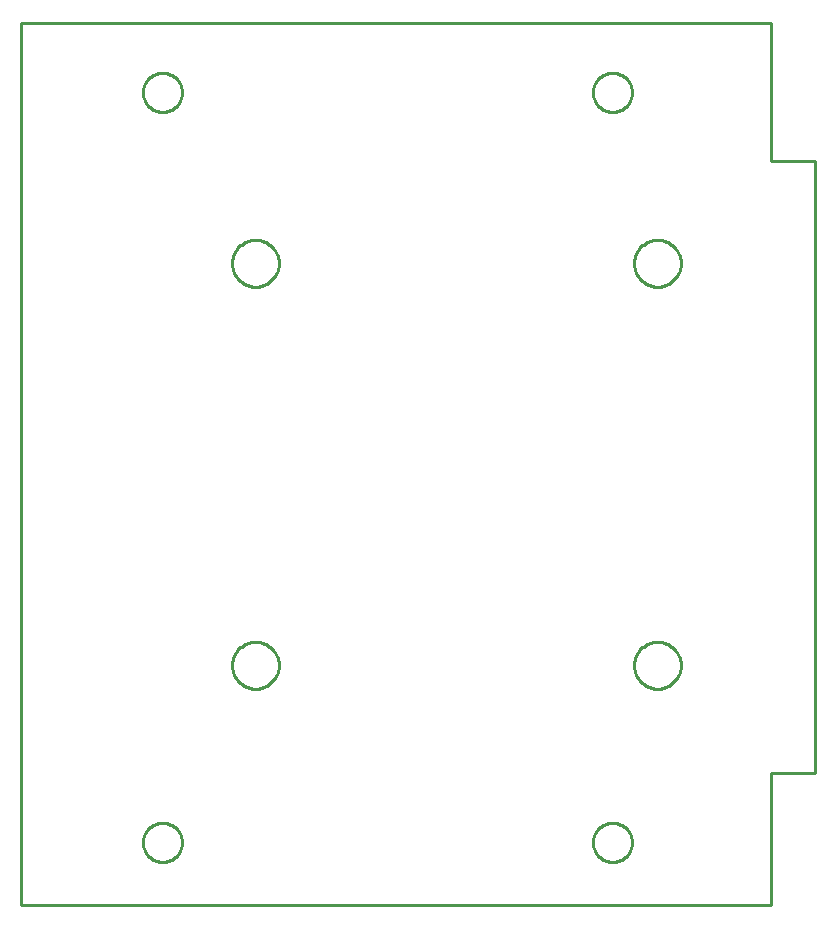
<source format=gbr>
G04 EAGLE Gerber RS-274X export*
G75*
%MOMM*%
%FSLAX34Y34*%
%LPD*%
%IN*%
%IPPOS*%
%AMOC8*
5,1,8,0,0,1.08239X$1,22.5*%
G01*
%ADD10C,0.254000*%


D10*
X0Y-5080D02*
X635000Y-5080D01*
X635000Y106680D01*
X671830Y106680D01*
X671830Y624840D01*
X635000Y624840D01*
X635000Y741680D01*
X0Y741680D01*
X0Y-5080D01*
X135890Y682720D02*
X135819Y681641D01*
X135678Y680569D01*
X135467Y679509D01*
X135188Y678465D01*
X134840Y677441D01*
X134426Y676443D01*
X133948Y675473D01*
X133408Y674537D01*
X132807Y673638D01*
X132149Y672781D01*
X131437Y671968D01*
X130672Y671204D01*
X129859Y670491D01*
X129002Y669833D01*
X128103Y669232D01*
X127167Y668692D01*
X126197Y668214D01*
X125199Y667800D01*
X124175Y667452D01*
X123131Y667173D01*
X122071Y666962D01*
X120999Y666821D01*
X119920Y666750D01*
X118840Y666750D01*
X117761Y666821D01*
X116689Y666962D01*
X115629Y667173D01*
X114585Y667452D01*
X113561Y667800D01*
X112563Y668214D01*
X111593Y668692D01*
X110657Y669232D01*
X109758Y669833D01*
X108901Y670491D01*
X108088Y671204D01*
X107324Y671968D01*
X106611Y672781D01*
X105953Y673638D01*
X105352Y674537D01*
X104812Y675473D01*
X104334Y676443D01*
X103920Y677441D01*
X103572Y678465D01*
X103293Y679509D01*
X103082Y680569D01*
X102941Y681641D01*
X102870Y682720D01*
X102870Y683800D01*
X102941Y684879D01*
X103082Y685951D01*
X103293Y687011D01*
X103572Y688055D01*
X103920Y689079D01*
X104334Y690077D01*
X104812Y691047D01*
X105352Y691983D01*
X105953Y692882D01*
X106611Y693739D01*
X107324Y694552D01*
X108088Y695317D01*
X108901Y696029D01*
X109758Y696687D01*
X110657Y697288D01*
X111593Y697828D01*
X112563Y698306D01*
X113561Y698720D01*
X114585Y699068D01*
X115629Y699347D01*
X116689Y699558D01*
X117761Y699699D01*
X118840Y699770D01*
X119920Y699770D01*
X120999Y699699D01*
X122071Y699558D01*
X123131Y699347D01*
X124175Y699068D01*
X125199Y698720D01*
X126197Y698306D01*
X127167Y697828D01*
X128103Y697288D01*
X129002Y696687D01*
X129859Y696029D01*
X130672Y695317D01*
X131437Y694552D01*
X132149Y693739D01*
X132807Y692882D01*
X133408Y691983D01*
X133948Y691047D01*
X134426Y690077D01*
X134840Y689079D01*
X135188Y688055D01*
X135467Y687011D01*
X135678Y685951D01*
X135819Y684879D01*
X135890Y683800D01*
X135890Y682720D01*
X516890Y682720D02*
X516819Y681641D01*
X516678Y680569D01*
X516467Y679509D01*
X516188Y678465D01*
X515840Y677441D01*
X515426Y676443D01*
X514948Y675473D01*
X514408Y674537D01*
X513807Y673638D01*
X513149Y672781D01*
X512437Y671968D01*
X511672Y671204D01*
X510859Y670491D01*
X510002Y669833D01*
X509103Y669232D01*
X508167Y668692D01*
X507197Y668214D01*
X506199Y667800D01*
X505175Y667452D01*
X504131Y667173D01*
X503071Y666962D01*
X501999Y666821D01*
X500920Y666750D01*
X499840Y666750D01*
X498761Y666821D01*
X497689Y666962D01*
X496629Y667173D01*
X495585Y667452D01*
X494561Y667800D01*
X493563Y668214D01*
X492593Y668692D01*
X491657Y669232D01*
X490758Y669833D01*
X489901Y670491D01*
X489088Y671204D01*
X488324Y671968D01*
X487611Y672781D01*
X486953Y673638D01*
X486352Y674537D01*
X485812Y675473D01*
X485334Y676443D01*
X484920Y677441D01*
X484572Y678465D01*
X484293Y679509D01*
X484082Y680569D01*
X483941Y681641D01*
X483870Y682720D01*
X483870Y683800D01*
X483941Y684879D01*
X484082Y685951D01*
X484293Y687011D01*
X484572Y688055D01*
X484920Y689079D01*
X485334Y690077D01*
X485812Y691047D01*
X486352Y691983D01*
X486953Y692882D01*
X487611Y693739D01*
X488324Y694552D01*
X489088Y695317D01*
X489901Y696029D01*
X490758Y696687D01*
X491657Y697288D01*
X492593Y697828D01*
X493563Y698306D01*
X494561Y698720D01*
X495585Y699068D01*
X496629Y699347D01*
X497689Y699558D01*
X498761Y699699D01*
X499840Y699770D01*
X500920Y699770D01*
X501999Y699699D01*
X503071Y699558D01*
X504131Y699347D01*
X505175Y699068D01*
X506199Y698720D01*
X507197Y698306D01*
X508167Y697828D01*
X509103Y697288D01*
X510002Y696687D01*
X510859Y696029D01*
X511672Y695317D01*
X512437Y694552D01*
X513149Y693739D01*
X513807Y692882D01*
X514408Y691983D01*
X514948Y691047D01*
X515426Y690077D01*
X515840Y689079D01*
X516188Y688055D01*
X516467Y687011D01*
X516678Y685951D01*
X516819Y684879D01*
X516890Y683800D01*
X516890Y682720D01*
X217932Y537881D02*
X217860Y536686D01*
X217715Y535498D01*
X217500Y534320D01*
X217213Y533157D01*
X216857Y532014D01*
X216432Y530895D01*
X215941Y529803D01*
X215384Y528743D01*
X214765Y527718D01*
X214085Y526733D01*
X213346Y525790D01*
X212553Y524894D01*
X211706Y524048D01*
X210810Y523254D01*
X209867Y522515D01*
X208882Y521835D01*
X207857Y521216D01*
X206797Y520659D01*
X205705Y520168D01*
X204586Y519743D01*
X203443Y519387D01*
X202280Y519100D01*
X201102Y518885D01*
X199914Y518740D01*
X198719Y518668D01*
X197521Y518668D01*
X196326Y518740D01*
X195138Y518885D01*
X193960Y519100D01*
X192797Y519387D01*
X191654Y519743D01*
X190535Y520168D01*
X189443Y520659D01*
X188383Y521216D01*
X187358Y521835D01*
X186373Y522515D01*
X185430Y523254D01*
X184534Y524048D01*
X183688Y524894D01*
X182894Y525790D01*
X182155Y526733D01*
X181475Y527718D01*
X180856Y528743D01*
X180299Y529803D01*
X179808Y530895D01*
X179383Y532014D01*
X179027Y533157D01*
X178740Y534320D01*
X178525Y535498D01*
X178380Y536686D01*
X178308Y537881D01*
X178308Y539079D01*
X178380Y540274D01*
X178525Y541462D01*
X178740Y542640D01*
X179027Y543803D01*
X179383Y544946D01*
X179808Y546065D01*
X180299Y547157D01*
X180856Y548217D01*
X181475Y549242D01*
X182155Y550227D01*
X182894Y551170D01*
X183688Y552066D01*
X184534Y552913D01*
X185430Y553706D01*
X186373Y554445D01*
X187358Y555125D01*
X188383Y555744D01*
X189443Y556301D01*
X190535Y556792D01*
X191654Y557217D01*
X192797Y557573D01*
X193960Y557860D01*
X195138Y558075D01*
X196326Y558220D01*
X197521Y558292D01*
X198719Y558292D01*
X199914Y558220D01*
X201102Y558075D01*
X202280Y557860D01*
X203443Y557573D01*
X204586Y557217D01*
X205705Y556792D01*
X206797Y556301D01*
X207857Y555744D01*
X208882Y555125D01*
X209867Y554445D01*
X210810Y553706D01*
X211706Y552913D01*
X212553Y552066D01*
X213346Y551170D01*
X214085Y550227D01*
X214765Y549242D01*
X215384Y548217D01*
X215941Y547157D01*
X216432Y546065D01*
X216857Y544946D01*
X217213Y543803D01*
X217500Y542640D01*
X217715Y541462D01*
X217860Y540274D01*
X217932Y539079D01*
X217932Y537881D01*
X558292Y537881D02*
X558220Y536686D01*
X558075Y535498D01*
X557860Y534320D01*
X557573Y533157D01*
X557217Y532014D01*
X556792Y530895D01*
X556301Y529803D01*
X555744Y528743D01*
X555125Y527718D01*
X554445Y526733D01*
X553706Y525790D01*
X552913Y524894D01*
X552066Y524048D01*
X551170Y523254D01*
X550227Y522515D01*
X549242Y521835D01*
X548217Y521216D01*
X547157Y520659D01*
X546065Y520168D01*
X544946Y519743D01*
X543803Y519387D01*
X542640Y519100D01*
X541462Y518885D01*
X540274Y518740D01*
X539079Y518668D01*
X537881Y518668D01*
X536686Y518740D01*
X535498Y518885D01*
X534320Y519100D01*
X533157Y519387D01*
X532014Y519743D01*
X530895Y520168D01*
X529803Y520659D01*
X528743Y521216D01*
X527718Y521835D01*
X526733Y522515D01*
X525790Y523254D01*
X524894Y524048D01*
X524048Y524894D01*
X523254Y525790D01*
X522515Y526733D01*
X521835Y527718D01*
X521216Y528743D01*
X520659Y529803D01*
X520168Y530895D01*
X519743Y532014D01*
X519387Y533157D01*
X519100Y534320D01*
X518885Y535498D01*
X518740Y536686D01*
X518668Y537881D01*
X518668Y539079D01*
X518740Y540274D01*
X518885Y541462D01*
X519100Y542640D01*
X519387Y543803D01*
X519743Y544946D01*
X520168Y546065D01*
X520659Y547157D01*
X521216Y548217D01*
X521835Y549242D01*
X522515Y550227D01*
X523254Y551170D01*
X524048Y552066D01*
X524894Y552913D01*
X525790Y553706D01*
X526733Y554445D01*
X527718Y555125D01*
X528743Y555744D01*
X529803Y556301D01*
X530895Y556792D01*
X532014Y557217D01*
X533157Y557573D01*
X534320Y557860D01*
X535498Y558075D01*
X536686Y558220D01*
X537881Y558292D01*
X539079Y558292D01*
X540274Y558220D01*
X541462Y558075D01*
X542640Y557860D01*
X543803Y557573D01*
X544946Y557217D01*
X546065Y556792D01*
X547157Y556301D01*
X548217Y555744D01*
X549242Y555125D01*
X550227Y554445D01*
X551170Y553706D01*
X552066Y552913D01*
X552913Y552066D01*
X553706Y551170D01*
X554445Y550227D01*
X555125Y549242D01*
X555744Y548217D01*
X556301Y547157D01*
X556792Y546065D01*
X557217Y544946D01*
X557573Y543803D01*
X557860Y542640D01*
X558075Y541462D01*
X558220Y540274D01*
X558292Y539079D01*
X558292Y537881D01*
X217932Y197521D02*
X217860Y196326D01*
X217715Y195138D01*
X217500Y193960D01*
X217213Y192797D01*
X216857Y191654D01*
X216432Y190535D01*
X215941Y189443D01*
X215384Y188383D01*
X214765Y187358D01*
X214085Y186373D01*
X213346Y185430D01*
X212553Y184534D01*
X211706Y183688D01*
X210810Y182894D01*
X209867Y182155D01*
X208882Y181475D01*
X207857Y180856D01*
X206797Y180299D01*
X205705Y179808D01*
X204586Y179383D01*
X203443Y179027D01*
X202280Y178740D01*
X201102Y178525D01*
X199914Y178380D01*
X198719Y178308D01*
X197521Y178308D01*
X196326Y178380D01*
X195138Y178525D01*
X193960Y178740D01*
X192797Y179027D01*
X191654Y179383D01*
X190535Y179808D01*
X189443Y180299D01*
X188383Y180856D01*
X187358Y181475D01*
X186373Y182155D01*
X185430Y182894D01*
X184534Y183688D01*
X183688Y184534D01*
X182894Y185430D01*
X182155Y186373D01*
X181475Y187358D01*
X180856Y188383D01*
X180299Y189443D01*
X179808Y190535D01*
X179383Y191654D01*
X179027Y192797D01*
X178740Y193960D01*
X178525Y195138D01*
X178380Y196326D01*
X178308Y197521D01*
X178308Y198719D01*
X178380Y199914D01*
X178525Y201102D01*
X178740Y202280D01*
X179027Y203443D01*
X179383Y204586D01*
X179808Y205705D01*
X180299Y206797D01*
X180856Y207857D01*
X181475Y208882D01*
X182155Y209867D01*
X182894Y210810D01*
X183688Y211706D01*
X184534Y212553D01*
X185430Y213346D01*
X186373Y214085D01*
X187358Y214765D01*
X188383Y215384D01*
X189443Y215941D01*
X190535Y216432D01*
X191654Y216857D01*
X192797Y217213D01*
X193960Y217500D01*
X195138Y217715D01*
X196326Y217860D01*
X197521Y217932D01*
X198719Y217932D01*
X199914Y217860D01*
X201102Y217715D01*
X202280Y217500D01*
X203443Y217213D01*
X204586Y216857D01*
X205705Y216432D01*
X206797Y215941D01*
X207857Y215384D01*
X208882Y214765D01*
X209867Y214085D01*
X210810Y213346D01*
X211706Y212553D01*
X212553Y211706D01*
X213346Y210810D01*
X214085Y209867D01*
X214765Y208882D01*
X215384Y207857D01*
X215941Y206797D01*
X216432Y205705D01*
X216857Y204586D01*
X217213Y203443D01*
X217500Y202280D01*
X217715Y201102D01*
X217860Y199914D01*
X217932Y198719D01*
X217932Y197521D01*
X558292Y197521D02*
X558220Y196326D01*
X558075Y195138D01*
X557860Y193960D01*
X557573Y192797D01*
X557217Y191654D01*
X556792Y190535D01*
X556301Y189443D01*
X555744Y188383D01*
X555125Y187358D01*
X554445Y186373D01*
X553706Y185430D01*
X552913Y184534D01*
X552066Y183688D01*
X551170Y182894D01*
X550227Y182155D01*
X549242Y181475D01*
X548217Y180856D01*
X547157Y180299D01*
X546065Y179808D01*
X544946Y179383D01*
X543803Y179027D01*
X542640Y178740D01*
X541462Y178525D01*
X540274Y178380D01*
X539079Y178308D01*
X537881Y178308D01*
X536686Y178380D01*
X535498Y178525D01*
X534320Y178740D01*
X533157Y179027D01*
X532014Y179383D01*
X530895Y179808D01*
X529803Y180299D01*
X528743Y180856D01*
X527718Y181475D01*
X526733Y182155D01*
X525790Y182894D01*
X524894Y183688D01*
X524048Y184534D01*
X523254Y185430D01*
X522515Y186373D01*
X521835Y187358D01*
X521216Y188383D01*
X520659Y189443D01*
X520168Y190535D01*
X519743Y191654D01*
X519387Y192797D01*
X519100Y193960D01*
X518885Y195138D01*
X518740Y196326D01*
X518668Y197521D01*
X518668Y198719D01*
X518740Y199914D01*
X518885Y201102D01*
X519100Y202280D01*
X519387Y203443D01*
X519743Y204586D01*
X520168Y205705D01*
X520659Y206797D01*
X521216Y207857D01*
X521835Y208882D01*
X522515Y209867D01*
X523254Y210810D01*
X524048Y211706D01*
X524894Y212553D01*
X525790Y213346D01*
X526733Y214085D01*
X527718Y214765D01*
X528743Y215384D01*
X529803Y215941D01*
X530895Y216432D01*
X532014Y216857D01*
X533157Y217213D01*
X534320Y217500D01*
X535498Y217715D01*
X536686Y217860D01*
X537881Y217932D01*
X539079Y217932D01*
X540274Y217860D01*
X541462Y217715D01*
X542640Y217500D01*
X543803Y217213D01*
X544946Y216857D01*
X546065Y216432D01*
X547157Y215941D01*
X548217Y215384D01*
X549242Y214765D01*
X550227Y214085D01*
X551170Y213346D01*
X552066Y212553D01*
X552913Y211706D01*
X553706Y210810D01*
X554445Y209867D01*
X555125Y208882D01*
X555744Y207857D01*
X556301Y206797D01*
X556792Y205705D01*
X557217Y204586D01*
X557573Y203443D01*
X557860Y202280D01*
X558075Y201102D01*
X558220Y199914D01*
X558292Y198719D01*
X558292Y197521D01*
X135890Y47720D02*
X135819Y46641D01*
X135678Y45569D01*
X135467Y44509D01*
X135188Y43465D01*
X134840Y42441D01*
X134426Y41443D01*
X133948Y40473D01*
X133408Y39537D01*
X132807Y38638D01*
X132149Y37781D01*
X131437Y36968D01*
X130672Y36204D01*
X129859Y35491D01*
X129002Y34833D01*
X128103Y34232D01*
X127167Y33692D01*
X126197Y33214D01*
X125199Y32800D01*
X124175Y32452D01*
X123131Y32173D01*
X122071Y31962D01*
X120999Y31821D01*
X119920Y31750D01*
X118840Y31750D01*
X117761Y31821D01*
X116689Y31962D01*
X115629Y32173D01*
X114585Y32452D01*
X113561Y32800D01*
X112563Y33214D01*
X111593Y33692D01*
X110657Y34232D01*
X109758Y34833D01*
X108901Y35491D01*
X108088Y36204D01*
X107324Y36968D01*
X106611Y37781D01*
X105953Y38638D01*
X105352Y39537D01*
X104812Y40473D01*
X104334Y41443D01*
X103920Y42441D01*
X103572Y43465D01*
X103293Y44509D01*
X103082Y45569D01*
X102941Y46641D01*
X102870Y47720D01*
X102870Y48800D01*
X102941Y49879D01*
X103082Y50951D01*
X103293Y52011D01*
X103572Y53055D01*
X103920Y54079D01*
X104334Y55077D01*
X104812Y56047D01*
X105352Y56983D01*
X105953Y57882D01*
X106611Y58739D01*
X107324Y59552D01*
X108088Y60317D01*
X108901Y61029D01*
X109758Y61687D01*
X110657Y62288D01*
X111593Y62828D01*
X112563Y63306D01*
X113561Y63720D01*
X114585Y64068D01*
X115629Y64347D01*
X116689Y64558D01*
X117761Y64699D01*
X118840Y64770D01*
X119920Y64770D01*
X120999Y64699D01*
X122071Y64558D01*
X123131Y64347D01*
X124175Y64068D01*
X125199Y63720D01*
X126197Y63306D01*
X127167Y62828D01*
X128103Y62288D01*
X129002Y61687D01*
X129859Y61029D01*
X130672Y60317D01*
X131437Y59552D01*
X132149Y58739D01*
X132807Y57882D01*
X133408Y56983D01*
X133948Y56047D01*
X134426Y55077D01*
X134840Y54079D01*
X135188Y53055D01*
X135467Y52011D01*
X135678Y50951D01*
X135819Y49879D01*
X135890Y48800D01*
X135890Y47720D01*
X516890Y47720D02*
X516819Y46641D01*
X516678Y45569D01*
X516467Y44509D01*
X516188Y43465D01*
X515840Y42441D01*
X515426Y41443D01*
X514948Y40473D01*
X514408Y39537D01*
X513807Y38638D01*
X513149Y37781D01*
X512437Y36968D01*
X511672Y36204D01*
X510859Y35491D01*
X510002Y34833D01*
X509103Y34232D01*
X508167Y33692D01*
X507197Y33214D01*
X506199Y32800D01*
X505175Y32452D01*
X504131Y32173D01*
X503071Y31962D01*
X501999Y31821D01*
X500920Y31750D01*
X499840Y31750D01*
X498761Y31821D01*
X497689Y31962D01*
X496629Y32173D01*
X495585Y32452D01*
X494561Y32800D01*
X493563Y33214D01*
X492593Y33692D01*
X491657Y34232D01*
X490758Y34833D01*
X489901Y35491D01*
X489088Y36204D01*
X488324Y36968D01*
X487611Y37781D01*
X486953Y38638D01*
X486352Y39537D01*
X485812Y40473D01*
X485334Y41443D01*
X484920Y42441D01*
X484572Y43465D01*
X484293Y44509D01*
X484082Y45569D01*
X483941Y46641D01*
X483870Y47720D01*
X483870Y48800D01*
X483941Y49879D01*
X484082Y50951D01*
X484293Y52011D01*
X484572Y53055D01*
X484920Y54079D01*
X485334Y55077D01*
X485812Y56047D01*
X486352Y56983D01*
X486953Y57882D01*
X487611Y58739D01*
X488324Y59552D01*
X489088Y60317D01*
X489901Y61029D01*
X490758Y61687D01*
X491657Y62288D01*
X492593Y62828D01*
X493563Y63306D01*
X494561Y63720D01*
X495585Y64068D01*
X496629Y64347D01*
X497689Y64558D01*
X498761Y64699D01*
X499840Y64770D01*
X500920Y64770D01*
X501999Y64699D01*
X503071Y64558D01*
X504131Y64347D01*
X505175Y64068D01*
X506199Y63720D01*
X507197Y63306D01*
X508167Y62828D01*
X509103Y62288D01*
X510002Y61687D01*
X510859Y61029D01*
X511672Y60317D01*
X512437Y59552D01*
X513149Y58739D01*
X513807Y57882D01*
X514408Y56983D01*
X514948Y56047D01*
X515426Y55077D01*
X515840Y54079D01*
X516188Y53055D01*
X516467Y52011D01*
X516678Y50951D01*
X516819Y49879D01*
X516890Y48800D01*
X516890Y47720D01*
M02*

</source>
